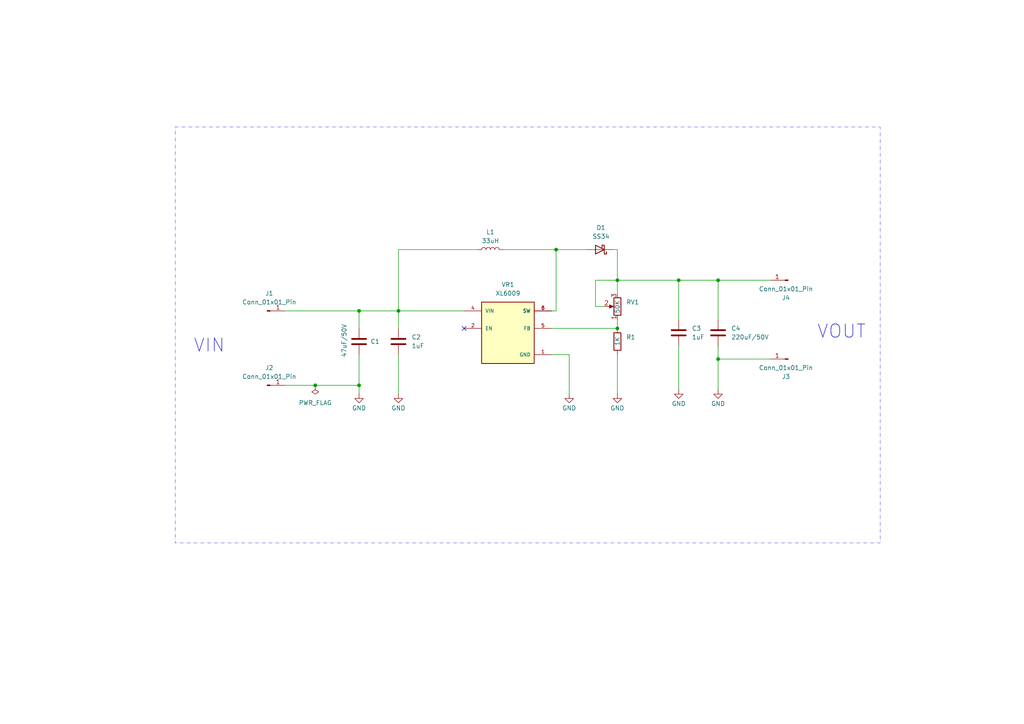
<source format=kicad_sch>
(kicad_sch
	(version 20250114)
	(generator "eeschema")
	(generator_version "9.0")
	(uuid "be47d7ba-3c4c-44e2-8fa1-ab1e1baae547")
	(paper "A4")
	(title_block
		(title "Boost Converter")
		(date "2025-10-03")
		(company "Mani_PCB")
		(comment 1 "Drawn_By-D.MANIKANTA")
	)
	(lib_symbols
		(symbol "Connector:Conn_01x01_Pin"
			(pin_names
				(offset 1.016)
				(hide yes)
			)
			(exclude_from_sim no)
			(in_bom yes)
			(on_board yes)
			(property "Reference" "J"
				(at 0 2.54 0)
				(effects
					(font
						(size 1.27 1.27)
					)
				)
			)
			(property "Value" "Conn_01x01_Pin"
				(at 0 -2.54 0)
				(effects
					(font
						(size 1.27 1.27)
					)
				)
			)
			(property "Footprint" ""
				(at 0 0 0)
				(effects
					(font
						(size 1.27 1.27)
					)
					(hide yes)
				)
			)
			(property "Datasheet" "~"
				(at 0 0 0)
				(effects
					(font
						(size 1.27 1.27)
					)
					(hide yes)
				)
			)
			(property "Description" "Generic connector, single row, 01x01, script generated"
				(at 0 0 0)
				(effects
					(font
						(size 1.27 1.27)
					)
					(hide yes)
				)
			)
			(property "ki_locked" ""
				(at 0 0 0)
				(effects
					(font
						(size 1.27 1.27)
					)
				)
			)
			(property "ki_keywords" "connector"
				(at 0 0 0)
				(effects
					(font
						(size 1.27 1.27)
					)
					(hide yes)
				)
			)
			(property "ki_fp_filters" "Connector*:*_1x??_*"
				(at 0 0 0)
				(effects
					(font
						(size 1.27 1.27)
					)
					(hide yes)
				)
			)
			(symbol "Conn_01x01_Pin_1_1"
				(rectangle
					(start 0.8636 0.127)
					(end 0 -0.127)
					(stroke
						(width 0.1524)
						(type default)
					)
					(fill
						(type outline)
					)
				)
				(polyline
					(pts
						(xy 1.27 0) (xy 0.8636 0)
					)
					(stroke
						(width 0.1524)
						(type default)
					)
					(fill
						(type none)
					)
				)
				(pin passive line
					(at 5.08 0 180)
					(length 3.81)
					(name "Pin_1"
						(effects
							(font
								(size 1.27 1.27)
							)
						)
					)
					(number "1"
						(effects
							(font
								(size 1.27 1.27)
							)
						)
					)
				)
			)
			(embedded_fonts no)
		)
		(symbol "Device:C"
			(pin_numbers
				(hide yes)
			)
			(pin_names
				(offset 0.254)
			)
			(exclude_from_sim no)
			(in_bom yes)
			(on_board yes)
			(property "Reference" "C"
				(at 0.635 2.54 0)
				(effects
					(font
						(size 1.27 1.27)
					)
					(justify left)
				)
			)
			(property "Value" "C"
				(at 0.635 -2.54 0)
				(effects
					(font
						(size 1.27 1.27)
					)
					(justify left)
				)
			)
			(property "Footprint" ""
				(at 0.9652 -3.81 0)
				(effects
					(font
						(size 1.27 1.27)
					)
					(hide yes)
				)
			)
			(property "Datasheet" "~"
				(at 0 0 0)
				(effects
					(font
						(size 1.27 1.27)
					)
					(hide yes)
				)
			)
			(property "Description" "Unpolarized capacitor"
				(at 0 0 0)
				(effects
					(font
						(size 1.27 1.27)
					)
					(hide yes)
				)
			)
			(property "ki_keywords" "cap capacitor"
				(at 0 0 0)
				(effects
					(font
						(size 1.27 1.27)
					)
					(hide yes)
				)
			)
			(property "ki_fp_filters" "C_*"
				(at 0 0 0)
				(effects
					(font
						(size 1.27 1.27)
					)
					(hide yes)
				)
			)
			(symbol "C_0_1"
				(polyline
					(pts
						(xy -2.032 0.762) (xy 2.032 0.762)
					)
					(stroke
						(width 0.508)
						(type default)
					)
					(fill
						(type none)
					)
				)
				(polyline
					(pts
						(xy -2.032 -0.762) (xy 2.032 -0.762)
					)
					(stroke
						(width 0.508)
						(type default)
					)
					(fill
						(type none)
					)
				)
			)
			(symbol "C_1_1"
				(pin passive line
					(at 0 3.81 270)
					(length 2.794)
					(name "~"
						(effects
							(font
								(size 1.27 1.27)
							)
						)
					)
					(number "1"
						(effects
							(font
								(size 1.27 1.27)
							)
						)
					)
				)
				(pin passive line
					(at 0 -3.81 90)
					(length 2.794)
					(name "~"
						(effects
							(font
								(size 1.27 1.27)
							)
						)
					)
					(number "2"
						(effects
							(font
								(size 1.27 1.27)
							)
						)
					)
				)
			)
			(embedded_fonts no)
		)
		(symbol "Device:L"
			(pin_numbers
				(hide yes)
			)
			(pin_names
				(offset 1.016)
				(hide yes)
			)
			(exclude_from_sim no)
			(in_bom yes)
			(on_board yes)
			(property "Reference" "L"
				(at -1.27 0 90)
				(effects
					(font
						(size 1.27 1.27)
					)
				)
			)
			(property "Value" "L"
				(at 1.905 0 90)
				(effects
					(font
						(size 1.27 1.27)
					)
				)
			)
			(property "Footprint" ""
				(at 0 0 0)
				(effects
					(font
						(size 1.27 1.27)
					)
					(hide yes)
				)
			)
			(property "Datasheet" "~"
				(at 0 0 0)
				(effects
					(font
						(size 1.27 1.27)
					)
					(hide yes)
				)
			)
			(property "Description" "Inductor"
				(at 0 0 0)
				(effects
					(font
						(size 1.27 1.27)
					)
					(hide yes)
				)
			)
			(property "ki_keywords" "inductor choke coil reactor magnetic"
				(at 0 0 0)
				(effects
					(font
						(size 1.27 1.27)
					)
					(hide yes)
				)
			)
			(property "ki_fp_filters" "Choke_* *Coil* Inductor_* L_*"
				(at 0 0 0)
				(effects
					(font
						(size 1.27 1.27)
					)
					(hide yes)
				)
			)
			(symbol "L_0_1"
				(arc
					(start 0 2.54)
					(mid 0.6323 1.905)
					(end 0 1.27)
					(stroke
						(width 0)
						(type default)
					)
					(fill
						(type none)
					)
				)
				(arc
					(start 0 1.27)
					(mid 0.6323 0.635)
					(end 0 0)
					(stroke
						(width 0)
						(type default)
					)
					(fill
						(type none)
					)
				)
				(arc
					(start 0 0)
					(mid 0.6323 -0.635)
					(end 0 -1.27)
					(stroke
						(width 0)
						(type default)
					)
					(fill
						(type none)
					)
				)
				(arc
					(start 0 -1.27)
					(mid 0.6323 -1.905)
					(end 0 -2.54)
					(stroke
						(width 0)
						(type default)
					)
					(fill
						(type none)
					)
				)
			)
			(symbol "L_1_1"
				(pin passive line
					(at 0 3.81 270)
					(length 1.27)
					(name "1"
						(effects
							(font
								(size 1.27 1.27)
							)
						)
					)
					(number "1"
						(effects
							(font
								(size 1.27 1.27)
							)
						)
					)
				)
				(pin passive line
					(at 0 -3.81 90)
					(length 1.27)
					(name "2"
						(effects
							(font
								(size 1.27 1.27)
							)
						)
					)
					(number "2"
						(effects
							(font
								(size 1.27 1.27)
							)
						)
					)
				)
			)
			(embedded_fonts no)
		)
		(symbol "Device:R"
			(pin_numbers
				(hide yes)
			)
			(pin_names
				(offset 0)
			)
			(exclude_from_sim no)
			(in_bom yes)
			(on_board yes)
			(property "Reference" "R"
				(at 2.032 0 90)
				(effects
					(font
						(size 1.27 1.27)
					)
				)
			)
			(property "Value" "R"
				(at 0 0 90)
				(effects
					(font
						(size 1.27 1.27)
					)
				)
			)
			(property "Footprint" ""
				(at -1.778 0 90)
				(effects
					(font
						(size 1.27 1.27)
					)
					(hide yes)
				)
			)
			(property "Datasheet" "~"
				(at 0 0 0)
				(effects
					(font
						(size 1.27 1.27)
					)
					(hide yes)
				)
			)
			(property "Description" "Resistor"
				(at 0 0 0)
				(effects
					(font
						(size 1.27 1.27)
					)
					(hide yes)
				)
			)
			(property "ki_keywords" "R res resistor"
				(at 0 0 0)
				(effects
					(font
						(size 1.27 1.27)
					)
					(hide yes)
				)
			)
			(property "ki_fp_filters" "R_*"
				(at 0 0 0)
				(effects
					(font
						(size 1.27 1.27)
					)
					(hide yes)
				)
			)
			(symbol "R_0_1"
				(rectangle
					(start -1.016 -2.54)
					(end 1.016 2.54)
					(stroke
						(width 0.254)
						(type default)
					)
					(fill
						(type none)
					)
				)
			)
			(symbol "R_1_1"
				(pin passive line
					(at 0 3.81 270)
					(length 1.27)
					(name "~"
						(effects
							(font
								(size 1.27 1.27)
							)
						)
					)
					(number "1"
						(effects
							(font
								(size 1.27 1.27)
							)
						)
					)
				)
				(pin passive line
					(at 0 -3.81 90)
					(length 1.27)
					(name "~"
						(effects
							(font
								(size 1.27 1.27)
							)
						)
					)
					(number "2"
						(effects
							(font
								(size 1.27 1.27)
							)
						)
					)
				)
			)
			(embedded_fonts no)
		)
		(symbol "Device:R_Potentiometer"
			(pin_names
				(offset 1.016)
				(hide yes)
			)
			(exclude_from_sim no)
			(in_bom yes)
			(on_board yes)
			(property "Reference" "RV"
				(at -4.445 0 90)
				(effects
					(font
						(size 1.27 1.27)
					)
				)
			)
			(property "Value" "R_Potentiometer"
				(at -2.54 0 90)
				(effects
					(font
						(size 1.27 1.27)
					)
				)
			)
			(property "Footprint" ""
				(at 0 0 0)
				(effects
					(font
						(size 1.27 1.27)
					)
					(hide yes)
				)
			)
			(property "Datasheet" "~"
				(at 0 0 0)
				(effects
					(font
						(size 1.27 1.27)
					)
					(hide yes)
				)
			)
			(property "Description" "Potentiometer"
				(at 0 0 0)
				(effects
					(font
						(size 1.27 1.27)
					)
					(hide yes)
				)
			)
			(property "ki_keywords" "resistor variable"
				(at 0 0 0)
				(effects
					(font
						(size 1.27 1.27)
					)
					(hide yes)
				)
			)
			(property "ki_fp_filters" "Potentiometer*"
				(at 0 0 0)
				(effects
					(font
						(size 1.27 1.27)
					)
					(hide yes)
				)
			)
			(symbol "R_Potentiometer_0_1"
				(rectangle
					(start 1.016 2.54)
					(end -1.016 -2.54)
					(stroke
						(width 0.254)
						(type default)
					)
					(fill
						(type none)
					)
				)
				(polyline
					(pts
						(xy 1.143 0) (xy 2.286 0.508) (xy 2.286 -0.508) (xy 1.143 0)
					)
					(stroke
						(width 0)
						(type default)
					)
					(fill
						(type outline)
					)
				)
				(polyline
					(pts
						(xy 2.54 0) (xy 1.524 0)
					)
					(stroke
						(width 0)
						(type default)
					)
					(fill
						(type none)
					)
				)
			)
			(symbol "R_Potentiometer_1_1"
				(pin passive line
					(at 0 3.81 270)
					(length 1.27)
					(name "1"
						(effects
							(font
								(size 1.27 1.27)
							)
						)
					)
					(number "1"
						(effects
							(font
								(size 1.27 1.27)
							)
						)
					)
				)
				(pin passive line
					(at 0 -3.81 90)
					(length 1.27)
					(name "3"
						(effects
							(font
								(size 1.27 1.27)
							)
						)
					)
					(number "3"
						(effects
							(font
								(size 1.27 1.27)
							)
						)
					)
				)
				(pin passive line
					(at 3.81 0 180)
					(length 1.27)
					(name "2"
						(effects
							(font
								(size 1.27 1.27)
							)
						)
					)
					(number "2"
						(effects
							(font
								(size 1.27 1.27)
							)
						)
					)
				)
			)
			(embedded_fonts no)
		)
		(symbol "Diode:SS34"
			(pin_numbers
				(hide yes)
			)
			(pin_names
				(offset 1.016)
				(hide yes)
			)
			(exclude_from_sim no)
			(in_bom yes)
			(on_board yes)
			(property "Reference" "D"
				(at 0 2.54 0)
				(effects
					(font
						(size 1.27 1.27)
					)
				)
			)
			(property "Value" "SS34"
				(at 0 -2.54 0)
				(effects
					(font
						(size 1.27 1.27)
					)
				)
			)
			(property "Footprint" "Diode_SMD:D_SMA"
				(at 0 -4.445 0)
				(effects
					(font
						(size 1.27 1.27)
					)
					(hide yes)
				)
			)
			(property "Datasheet" "https://www.vishay.com/docs/88751/ss32.pdf"
				(at 0 0 0)
				(effects
					(font
						(size 1.27 1.27)
					)
					(hide yes)
				)
			)
			(property "Description" "40V 3A Schottky Diode, SMA"
				(at 0 0 0)
				(effects
					(font
						(size 1.27 1.27)
					)
					(hide yes)
				)
			)
			(property "ki_keywords" "diode Schottky"
				(at 0 0 0)
				(effects
					(font
						(size 1.27 1.27)
					)
					(hide yes)
				)
			)
			(property "ki_fp_filters" "D*SMA*"
				(at 0 0 0)
				(effects
					(font
						(size 1.27 1.27)
					)
					(hide yes)
				)
			)
			(symbol "SS34_0_1"
				(polyline
					(pts
						(xy -1.905 0.635) (xy -1.905 1.27) (xy -1.27 1.27) (xy -1.27 -1.27) (xy -0.635 -1.27) (xy -0.635 -0.635)
					)
					(stroke
						(width 0.254)
						(type default)
					)
					(fill
						(type none)
					)
				)
				(polyline
					(pts
						(xy 1.27 1.27) (xy 1.27 -1.27) (xy -1.27 0) (xy 1.27 1.27)
					)
					(stroke
						(width 0.254)
						(type default)
					)
					(fill
						(type none)
					)
				)
				(polyline
					(pts
						(xy 1.27 0) (xy -1.27 0)
					)
					(stroke
						(width 0)
						(type default)
					)
					(fill
						(type none)
					)
				)
			)
			(symbol "SS34_1_1"
				(pin passive line
					(at -3.81 0 0)
					(length 2.54)
					(name "K"
						(effects
							(font
								(size 1.27 1.27)
							)
						)
					)
					(number "1"
						(effects
							(font
								(size 1.27 1.27)
							)
						)
					)
				)
				(pin passive line
					(at 3.81 0 180)
					(length 2.54)
					(name "A"
						(effects
							(font
								(size 1.27 1.27)
							)
						)
					)
					(number "2"
						(effects
							(font
								(size 1.27 1.27)
							)
						)
					)
				)
			)
			(embedded_fonts no)
		)
		(symbol "XL6009:XL6009"
			(pin_names
				(offset 1.016)
			)
			(exclude_from_sim no)
			(in_bom yes)
			(on_board yes)
			(property "Reference" "VR"
				(at -7.62 8.89 0)
				(effects
					(font
						(size 1.27 1.27)
					)
					(justify left bottom)
				)
			)
			(property "Value" "XL6009"
				(at -7.62 -11.43 0)
				(effects
					(font
						(size 1.27 1.27)
					)
					(justify left top)
				)
			)
			(property "Footprint" "XL6009:DPAK170P1435X465-6N"
				(at 0 0 0)
				(effects
					(font
						(size 1.27 1.27)
					)
					(justify bottom)
					(hide yes)
				)
			)
			(property "Datasheet" ""
				(at 0 0 0)
				(effects
					(font
						(size 1.27 1.27)
					)
					(hide yes)
				)
			)
			(property "Description" ""
				(at 0 0 0)
				(effects
					(font
						(size 1.27 1.27)
					)
					(hide yes)
				)
			)
			(property "MF" "XLSEMI"
				(at 0 0 0)
				(effects
					(font
						(size 1.27 1.27)
					)
					(justify bottom)
					(hide yes)
				)
			)
			(property "MAXIMUM_PACKAGE_HEIGHT" "4.65mm"
				(at 0 0 0)
				(effects
					(font
						(size 1.27 1.27)
					)
					(justify bottom)
					(hide yes)
				)
			)
			(property "Package" "TO-263-5L XLSEMI"
				(at 0 0 0)
				(effects
					(font
						(size 1.27 1.27)
					)
					(justify bottom)
					(hide yes)
				)
			)
			(property "Price" "None"
				(at 0 0 0)
				(effects
					(font
						(size 1.27 1.27)
					)
					(justify bottom)
					(hide yes)
				)
			)
			(property "Check_prices" "https://www.snapeda.com/parts/XL6009/XLSEMI/view-part/?ref=eda"
				(at 0 0 0)
				(effects
					(font
						(size 1.27 1.27)
					)
					(justify bottom)
					(hide yes)
				)
			)
			(property "STANDARD" "IPC-7351B"
				(at 0 0 0)
				(effects
					(font
						(size 1.27 1.27)
					)
					(justify bottom)
					(hide yes)
				)
			)
			(property "PARTREV" "1.1"
				(at 0 0 0)
				(effects
					(font
						(size 1.27 1.27)
					)
					(justify bottom)
					(hide yes)
				)
			)
			(property "SnapEDA_Link" "https://www.snapeda.com/parts/XL6009/XLSEMI/view-part/?ref=snap"
				(at 0 0 0)
				(effects
					(font
						(size 1.27 1.27)
					)
					(justify bottom)
					(hide yes)
				)
			)
			(property "MP" "XL6009"
				(at 0 0 0)
				(effects
					(font
						(size 1.27 1.27)
					)
					(justify bottom)
					(hide yes)
				)
			)
			(property "Description_1" "\nThe XL6009 regulator is a wide input range, current mode, DC/DC converter which is capable of generating either positive or negative output voltages.\n"
				(at 0 0 0)
				(effects
					(font
						(size 1.27 1.27)
					)
					(justify bottom)
					(hide yes)
				)
			)
			(property "Availability" "In Stock"
				(at 0 0 0)
				(effects
					(font
						(size 1.27 1.27)
					)
					(justify bottom)
					(hide yes)
				)
			)
			(property "MANUFACTURER" "XLSEMI"
				(at 0 0 0)
				(effects
					(font
						(size 1.27 1.27)
					)
					(justify bottom)
					(hide yes)
				)
			)
			(symbol "XL6009_0_0"
				(rectangle
					(start -7.62 -10.16)
					(end 7.62 7.62)
					(stroke
						(width 0.254)
						(type default)
					)
					(fill
						(type background)
					)
				)
				(pin input line
					(at -12.7 5.08 0)
					(length 5.08)
					(name "VIN"
						(effects
							(font
								(size 1.016 1.016)
							)
						)
					)
					(number "4"
						(effects
							(font
								(size 1.016 1.016)
							)
						)
					)
				)
				(pin input line
					(at -12.7 0 0)
					(length 5.08)
					(name "EN"
						(effects
							(font
								(size 1.016 1.016)
							)
						)
					)
					(number "2"
						(effects
							(font
								(size 1.016 1.016)
							)
						)
					)
				)
				(pin output line
					(at 12.7 5.08 180)
					(length 5.08)
					(name "SW"
						(effects
							(font
								(size 1.016 1.016)
							)
						)
					)
					(number "3"
						(effects
							(font
								(size 1.016 1.016)
							)
						)
					)
				)
				(pin output line
					(at 12.7 5.08 180)
					(length 5.08)
					(name "SW"
						(effects
							(font
								(size 1.016 1.016)
							)
						)
					)
					(number "6"
						(effects
							(font
								(size 1.016 1.016)
							)
						)
					)
				)
				(pin input line
					(at 12.7 0 180)
					(length 5.08)
					(name "FB"
						(effects
							(font
								(size 1.016 1.016)
							)
						)
					)
					(number "5"
						(effects
							(font
								(size 1.016 1.016)
							)
						)
					)
				)
				(pin power_in line
					(at 12.7 -7.62 180)
					(length 5.08)
					(name "GND"
						(effects
							(font
								(size 1.016 1.016)
							)
						)
					)
					(number "1"
						(effects
							(font
								(size 1.016 1.016)
							)
						)
					)
				)
			)
			(embedded_fonts no)
		)
		(symbol "power:GND"
			(power)
			(pin_numbers
				(hide yes)
			)
			(pin_names
				(offset 0)
				(hide yes)
			)
			(exclude_from_sim no)
			(in_bom yes)
			(on_board yes)
			(property "Reference" "#PWR"
				(at 0 -6.35 0)
				(effects
					(font
						(size 1.27 1.27)
					)
					(hide yes)
				)
			)
			(property "Value" "GND"
				(at 0 -3.81 0)
				(effects
					(font
						(size 1.27 1.27)
					)
				)
			)
			(property "Footprint" ""
				(at 0 0 0)
				(effects
					(font
						(size 1.27 1.27)
					)
					(hide yes)
				)
			)
			(property "Datasheet" ""
				(at 0 0 0)
				(effects
					(font
						(size 1.27 1.27)
					)
					(hide yes)
				)
			)
			(property "Description" "Power symbol creates a global label with name \"GND\" , ground"
				(at 0 0 0)
				(effects
					(font
						(size 1.27 1.27)
					)
					(hide yes)
				)
			)
			(property "ki_keywords" "global power"
				(at 0 0 0)
				(effects
					(font
						(size 1.27 1.27)
					)
					(hide yes)
				)
			)
			(symbol "GND_0_1"
				(polyline
					(pts
						(xy 0 0) (xy 0 -1.27) (xy 1.27 -1.27) (xy 0 -2.54) (xy -1.27 -1.27) (xy 0 -1.27)
					)
					(stroke
						(width 0)
						(type default)
					)
					(fill
						(type none)
					)
				)
			)
			(symbol "GND_1_1"
				(pin power_in line
					(at 0 0 270)
					(length 0)
					(name "~"
						(effects
							(font
								(size 1.27 1.27)
							)
						)
					)
					(number "1"
						(effects
							(font
								(size 1.27 1.27)
							)
						)
					)
				)
			)
			(embedded_fonts no)
		)
		(symbol "power:PWR_FLAG"
			(power)
			(pin_numbers
				(hide yes)
			)
			(pin_names
				(offset 0)
				(hide yes)
			)
			(exclude_from_sim no)
			(in_bom yes)
			(on_board yes)
			(property "Reference" "#FLG"
				(at 0 1.905 0)
				(effects
					(font
						(size 1.27 1.27)
					)
					(hide yes)
				)
			)
			(property "Value" "PWR_FLAG"
				(at 0 3.81 0)
				(effects
					(font
						(size 1.27 1.27)
					)
				)
			)
			(property "Footprint" ""
				(at 0 0 0)
				(effects
					(font
						(size 1.27 1.27)
					)
					(hide yes)
				)
			)
			(property "Datasheet" "~"
				(at 0 0 0)
				(effects
					(font
						(size 1.27 1.27)
					)
					(hide yes)
				)
			)
			(property "Description" "Special symbol for telling ERC where power comes from"
				(at 0 0 0)
				(effects
					(font
						(size 1.27 1.27)
					)
					(hide yes)
				)
			)
			(property "ki_keywords" "flag power"
				(at 0 0 0)
				(effects
					(font
						(size 1.27 1.27)
					)
					(hide yes)
				)
			)
			(symbol "PWR_FLAG_0_0"
				(pin power_out line
					(at 0 0 90)
					(length 0)
					(name "~"
						(effects
							(font
								(size 1.27 1.27)
							)
						)
					)
					(number "1"
						(effects
							(font
								(size 1.27 1.27)
							)
						)
					)
				)
			)
			(symbol "PWR_FLAG_0_1"
				(polyline
					(pts
						(xy 0 0) (xy 0 1.27) (xy -1.016 1.905) (xy 0 2.54) (xy 1.016 1.905) (xy 0 1.27)
					)
					(stroke
						(width 0)
						(type default)
					)
					(fill
						(type none)
					)
				)
			)
			(embedded_fonts no)
		)
	)
	(rectangle
		(start 50.8 36.83)
		(end 255.27 157.48)
		(stroke
			(width 0.0508)
			(type dash_dot_dot)
		)
		(fill
			(type none)
		)
		(uuid ee6db03e-59db-414b-a04d-3cdd88c97930)
	)
	(text "VIN"
		(exclude_from_sim no)
		(at 60.706 100.33 0)
		(effects
			(font
				(size 3.81 3.81)
			)
		)
		(uuid "33d9d258-09c7-49ff-ad38-96ad662a3d3f")
	)
	(text "VOUT"
		(exclude_from_sim no)
		(at 244.094 96.266 0)
		(effects
			(font
				(size 3.81 3.81)
			)
		)
		(uuid "47094a51-bc89-4ab3-affb-ea4cce5e562d")
	)
	(junction
		(at 179.07 81.28)
		(diameter 0)
		(color 0 0 0 0)
		(uuid "228479f9-f9ff-451e-8df0-62b598c62184")
	)
	(junction
		(at 196.85 81.28)
		(diameter 0)
		(color 0 0 0 0)
		(uuid "23dff2a4-dc49-4b18-8e71-59f36d37d29a")
	)
	(junction
		(at 208.28 104.14)
		(diameter 0)
		(color 0 0 0 0)
		(uuid "3e6f79d6-a071-4389-8984-3ddb28249c44")
	)
	(junction
		(at 91.44 111.76)
		(diameter 0)
		(color 0 0 0 0)
		(uuid "49cbd68c-d645-4245-a579-376e4fafa029")
	)
	(junction
		(at 104.14 90.17)
		(diameter 0)
		(color 0 0 0 0)
		(uuid "5f1b47c6-0d59-4b29-b205-724e2b6923ed")
	)
	(junction
		(at 179.07 95.25)
		(diameter 0)
		(color 0 0 0 0)
		(uuid "795715de-dc84-4f40-a174-b1426381b06b")
	)
	(junction
		(at 104.14 111.76)
		(diameter 0)
		(color 0 0 0 0)
		(uuid "8c6f0188-e40b-4168-bfa5-9436946a0547")
	)
	(junction
		(at 115.57 90.17)
		(diameter 0)
		(color 0 0 0 0)
		(uuid "b676448f-d61a-472f-889b-c39a7c45016f")
	)
	(junction
		(at 161.29 72.39)
		(diameter 0)
		(color 0 0 0 0)
		(uuid "ba1ea172-1345-49b6-9f09-e61202528a9d")
	)
	(junction
		(at 208.28 81.28)
		(diameter 0)
		(color 0 0 0 0)
		(uuid "c6fa8d85-32cf-434e-8be8-743a525bf330")
	)
	(no_connect
		(at 134.62 95.25)
		(uuid "8a60ec6b-d58e-420b-b107-8eb5ffc41832")
	)
	(wire
		(pts
			(xy 172.72 88.9) (xy 172.72 81.28)
		)
		(stroke
			(width 0)
			(type default)
		)
		(uuid "03078ac6-c34f-4a0f-a755-a1688c60aaa6")
	)
	(wire
		(pts
			(xy 179.07 85.09) (xy 179.07 81.28)
		)
		(stroke
			(width 0)
			(type default)
		)
		(uuid "05c353d4-b64a-4927-8fdc-03c24ed777c6")
	)
	(wire
		(pts
			(xy 115.57 90.17) (xy 134.62 90.17)
		)
		(stroke
			(width 0)
			(type default)
		)
		(uuid "140e94f1-0cc6-4b8d-8488-a329ce587045")
	)
	(wire
		(pts
			(xy 179.07 81.28) (xy 179.07 72.39)
		)
		(stroke
			(width 0)
			(type default)
		)
		(uuid "1a99f3c2-1a3a-4a69-aff0-968fd3eee77d")
	)
	(wire
		(pts
			(xy 115.57 95.25) (xy 115.57 90.17)
		)
		(stroke
			(width 0)
			(type default)
		)
		(uuid "1bacf4fa-e361-4220-834b-ef59e4f00f75")
	)
	(wire
		(pts
			(xy 104.14 111.76) (xy 104.14 114.3)
		)
		(stroke
			(width 0)
			(type default)
		)
		(uuid "1f483afd-0236-4f5e-abd2-59b8d03bb210")
	)
	(wire
		(pts
			(xy 208.28 100.33) (xy 208.28 104.14)
		)
		(stroke
			(width 0)
			(type default)
		)
		(uuid "214b5df9-80db-4cc0-ae02-4be5ec5262a0")
	)
	(wire
		(pts
			(xy 208.28 104.14) (xy 223.52 104.14)
		)
		(stroke
			(width 0)
			(type default)
		)
		(uuid "342247ae-b387-489f-bb1b-acb076758be0")
	)
	(wire
		(pts
			(xy 179.07 102.87) (xy 179.07 114.3)
		)
		(stroke
			(width 0)
			(type default)
		)
		(uuid "34e13e8c-ee90-41a6-81fe-f61bce1c4ba9")
	)
	(wire
		(pts
			(xy 179.07 72.39) (xy 177.8 72.39)
		)
		(stroke
			(width 0)
			(type default)
		)
		(uuid "36204ed6-5b7e-43a4-9a66-c35aa0eca49c")
	)
	(wire
		(pts
			(xy 179.07 92.71) (xy 179.07 95.25)
		)
		(stroke
			(width 0)
			(type default)
		)
		(uuid "3666578d-8e70-4bc1-bcb2-4472c761b694")
	)
	(wire
		(pts
			(xy 161.29 90.17) (xy 161.29 72.39)
		)
		(stroke
			(width 0)
			(type default)
		)
		(uuid "42cd329e-fe46-455b-8f43-1c93fdc7a04f")
	)
	(wire
		(pts
			(xy 115.57 102.87) (xy 115.57 114.3)
		)
		(stroke
			(width 0)
			(type default)
		)
		(uuid "456b4d85-c494-4639-9e9b-39ada72f8f69")
	)
	(wire
		(pts
			(xy 208.28 81.28) (xy 196.85 81.28)
		)
		(stroke
			(width 0)
			(type default)
		)
		(uuid "4d5c219f-8edb-4ef2-af98-a7dd7973dad2")
	)
	(wire
		(pts
			(xy 91.44 111.76) (xy 104.14 111.76)
		)
		(stroke
			(width 0)
			(type default)
		)
		(uuid "4e1e92fc-5c5e-4603-b473-040dcd717579")
	)
	(wire
		(pts
			(xy 115.57 72.39) (xy 138.43 72.39)
		)
		(stroke
			(width 0)
			(type default)
		)
		(uuid "4e857835-ab39-4f46-b6c3-56310dcf8355")
	)
	(wire
		(pts
			(xy 179.07 95.25) (xy 160.02 95.25)
		)
		(stroke
			(width 0)
			(type default)
		)
		(uuid "5026fbff-109f-4d56-b5eb-29cc98aa259c")
	)
	(wire
		(pts
			(xy 146.05 72.39) (xy 161.29 72.39)
		)
		(stroke
			(width 0)
			(type default)
		)
		(uuid "57d19c4f-cbe6-4c6e-add6-80a2782f3e79")
	)
	(wire
		(pts
			(xy 161.29 72.39) (xy 170.18 72.39)
		)
		(stroke
			(width 0)
			(type default)
		)
		(uuid "5d15654c-d8f3-4a39-af8b-059445a98165")
	)
	(wire
		(pts
			(xy 208.28 104.14) (xy 208.28 113.03)
		)
		(stroke
			(width 0)
			(type default)
		)
		(uuid "60d72c65-e862-4813-86b3-d6751b049b09")
	)
	(wire
		(pts
			(xy 208.28 92.71) (xy 208.28 81.28)
		)
		(stroke
			(width 0)
			(type default)
		)
		(uuid "87b0cc1e-7b24-48f3-9d48-d3fa1bffc835")
	)
	(wire
		(pts
			(xy 104.14 102.87) (xy 104.14 111.76)
		)
		(stroke
			(width 0)
			(type default)
		)
		(uuid "8ae6ac96-19f6-41ea-8483-308e1c16f6fc")
	)
	(wire
		(pts
			(xy 82.55 90.17) (xy 104.14 90.17)
		)
		(stroke
			(width 0)
			(type default)
		)
		(uuid "8be78ead-f8ea-4a74-8eca-88243f6677ba")
	)
	(wire
		(pts
			(xy 104.14 95.25) (xy 104.14 90.17)
		)
		(stroke
			(width 0)
			(type default)
		)
		(uuid "999042e3-67e7-4210-8fe9-d9cbda607ac5")
	)
	(wire
		(pts
			(xy 172.72 81.28) (xy 179.07 81.28)
		)
		(stroke
			(width 0)
			(type default)
		)
		(uuid "9e2332aa-8066-4842-85d8-2671d1a857c6")
	)
	(wire
		(pts
			(xy 115.57 72.39) (xy 115.57 90.17)
		)
		(stroke
			(width 0)
			(type default)
		)
		(uuid "b2f0f771-b1fc-444d-aa4f-94fb52c40553")
	)
	(wire
		(pts
			(xy 82.55 111.76) (xy 91.44 111.76)
		)
		(stroke
			(width 0)
			(type default)
		)
		(uuid "befbea12-50d5-4148-b10d-dd69eb763bc5")
	)
	(wire
		(pts
			(xy 104.14 90.17) (xy 115.57 90.17)
		)
		(stroke
			(width 0)
			(type default)
		)
		(uuid "c108622b-404f-4c94-ad04-4dde06cd1ec2")
	)
	(wire
		(pts
			(xy 208.28 81.28) (xy 223.52 81.28)
		)
		(stroke
			(width 0)
			(type default)
		)
		(uuid "c10f6ca9-d2a7-4baf-87e1-6b63d3e1620a")
	)
	(wire
		(pts
			(xy 175.26 88.9) (xy 172.72 88.9)
		)
		(stroke
			(width 0)
			(type default)
		)
		(uuid "c9becd7e-4211-48f1-8287-00ff6430699b")
	)
	(wire
		(pts
			(xy 160.02 90.17) (xy 161.29 90.17)
		)
		(stroke
			(width 0)
			(type default)
		)
		(uuid "d5b1dd8d-3a86-4519-a6fe-30cd7ecf3bd5")
	)
	(wire
		(pts
			(xy 196.85 100.33) (xy 196.85 113.03)
		)
		(stroke
			(width 0)
			(type default)
		)
		(uuid "e53eaaa0-9c05-41db-b915-cd761592bad5")
	)
	(wire
		(pts
			(xy 165.1 102.87) (xy 165.1 114.3)
		)
		(stroke
			(width 0)
			(type default)
		)
		(uuid "e9e4e1e6-05ef-4cbb-8849-d103b68e664b")
	)
	(wire
		(pts
			(xy 196.85 92.71) (xy 196.85 81.28)
		)
		(stroke
			(width 0)
			(type default)
		)
		(uuid "eabd71f7-0f4e-481e-b142-3d0a9c8d804e")
	)
	(wire
		(pts
			(xy 196.85 81.28) (xy 179.07 81.28)
		)
		(stroke
			(width 0)
			(type default)
		)
		(uuid "f86eefff-e9f6-4aa7-946c-87d4a16ff361")
	)
	(wire
		(pts
			(xy 160.02 102.87) (xy 165.1 102.87)
		)
		(stroke
			(width 0)
			(type default)
		)
		(uuid "f930e313-2f9c-42bf-8376-3bd31607c92a")
	)
	(symbol
		(lib_id "Connector:Conn_01x01_Pin")
		(at 77.47 111.76 0)
		(unit 1)
		(exclude_from_sim no)
		(in_bom yes)
		(on_board yes)
		(dnp no)
		(fields_autoplaced yes)
		(uuid "04341f9a-8097-49ec-8d40-dd9027f88541")
		(property "Reference" "J2"
			(at 78.105 106.68 0)
			(effects
				(font
					(size 1.27 1.27)
				)
			)
		)
		(property "Value" "Conn_01x01_Pin"
			(at 78.105 109.22 0)
			(effects
				(font
					(size 1.27 1.27)
				)
			)
		)
		(property "Footprint" "Connector_PinHeader_2.54mm:PinHeader_1x01_P2.54mm_Vertical"
			(at 77.47 111.76 0)
			(effects
				(font
					(size 1.27 1.27)
				)
				(hide yes)
			)
		)
		(property "Datasheet" "~"
			(at 77.47 111.76 0)
			(effects
				(font
					(size 1.27 1.27)
				)
				(hide yes)
			)
		)
		(property "Description" "Generic connector, single row, 01x01, script generated"
			(at 77.47 111.76 0)
			(effects
				(font
					(size 1.27 1.27)
				)
				(hide yes)
			)
		)
		(pin "1"
			(uuid "bb1f1f65-ea11-4a6e-9f66-31079212846f")
		)
		(instances
			(project "Boost Converter V1"
				(path "/be47d7ba-3c4c-44e2-8fa1-ab1e1baae547"
					(reference "J2")
					(unit 1)
				)
			)
		)
	)
	(symbol
		(lib_id "power:GND")
		(at 196.85 113.03 0)
		(unit 1)
		(exclude_from_sim no)
		(in_bom yes)
		(on_board yes)
		(dnp no)
		(uuid "14163a0b-dd74-41a3-878e-170e808ddb4e")
		(property "Reference" "#PWR05"
			(at 196.85 119.38 0)
			(effects
				(font
					(size 1.27 1.27)
				)
				(hide yes)
			)
		)
		(property "Value" "GND"
			(at 196.85 117.094 0)
			(effects
				(font
					(size 1.27 1.27)
				)
			)
		)
		(property "Footprint" ""
			(at 196.85 113.03 0)
			(effects
				(font
					(size 1.27 1.27)
				)
				(hide yes)
			)
		)
		(property "Datasheet" ""
			(at 196.85 113.03 0)
			(effects
				(font
					(size 1.27 1.27)
				)
				(hide yes)
			)
		)
		(property "Description" "Power symbol creates a global label with name \"GND\" , ground"
			(at 196.85 113.03 0)
			(effects
				(font
					(size 1.27 1.27)
				)
				(hide yes)
			)
		)
		(pin "1"
			(uuid "22fe9822-ed83-4fec-a955-b98629234841")
		)
		(instances
			(project "Boost Converter V1"
				(path "/be47d7ba-3c4c-44e2-8fa1-ab1e1baae547"
					(reference "#PWR05")
					(unit 1)
				)
			)
		)
	)
	(symbol
		(lib_id "Device:C")
		(at 196.85 96.52 0)
		(unit 1)
		(exclude_from_sim no)
		(in_bom yes)
		(on_board yes)
		(dnp no)
		(fields_autoplaced yes)
		(uuid "1b22ab44-c691-4118-9e79-c63cbf1e5f01")
		(property "Reference" "C3"
			(at 200.66 95.2499 0)
			(effects
				(font
					(size 1.27 1.27)
				)
				(justify left)
			)
		)
		(property "Value" "1uF"
			(at 200.66 97.7899 0)
			(effects
				(font
					(size 1.27 1.27)
				)
				(justify left)
			)
		)
		(property "Footprint" "Capacitor_SMD:C_0805_2012Metric"
			(at 197.8152 100.33 0)
			(effects
				(font
					(size 1.27 1.27)
				)
				(hide yes)
			)
		)
		(property "Datasheet" "~"
			(at 196.85 96.52 0)
			(effects
				(font
					(size 1.27 1.27)
				)
				(hide yes)
			)
		)
		(property "Description" "Unpolarized capacitor"
			(at 196.85 96.52 0)
			(effects
				(font
					(size 1.27 1.27)
				)
				(hide yes)
			)
		)
		(pin "1"
			(uuid "f71e0797-33a4-4430-a9d5-9720ec1f2a4c")
		)
		(pin "2"
			(uuid "a4de9d4b-3bdc-40e6-a869-a7611ba79b30")
		)
		(instances
			(project "Boost Converter V1"
				(path "/be47d7ba-3c4c-44e2-8fa1-ab1e1baae547"
					(reference "C3")
					(unit 1)
				)
			)
		)
	)
	(symbol
		(lib_id "Device:R")
		(at 179.07 99.06 0)
		(unit 1)
		(exclude_from_sim no)
		(in_bom yes)
		(on_board yes)
		(dnp no)
		(uuid "1bcbaef2-3c98-4766-8564-09f4416b9e0a")
		(property "Reference" "R1"
			(at 181.61 97.7899 0)
			(effects
				(font
					(size 1.27 1.27)
				)
				(justify left)
			)
		)
		(property "Value" "1K"
			(at 179.07 100.33 90)
			(effects
				(font
					(size 1.27 1.27)
				)
				(justify left)
			)
		)
		(property "Footprint" "Resistor_SMD:R_1206_3216Metric"
			(at 177.292 99.06 90)
			(effects
				(font
					(size 1.27 1.27)
				)
				(hide yes)
			)
		)
		(property "Datasheet" "~"
			(at 179.07 99.06 0)
			(effects
				(font
					(size 1.27 1.27)
				)
				(hide yes)
			)
		)
		(property "Description" "Resistor"
			(at 179.07 99.06 0)
			(effects
				(font
					(size 1.27 1.27)
				)
				(hide yes)
			)
		)
		(pin "1"
			(uuid "b7c539d3-2b7b-46bf-b288-5d8d05fd556e")
		)
		(pin "2"
			(uuid "aa6fa243-cead-4ef5-a4b9-09af2c2714e8")
		)
		(instances
			(project ""
				(path "/be47d7ba-3c4c-44e2-8fa1-ab1e1baae547"
					(reference "R1")
					(unit 1)
				)
			)
		)
	)
	(symbol
		(lib_id "Device:C")
		(at 208.28 96.52 0)
		(unit 1)
		(exclude_from_sim no)
		(in_bom yes)
		(on_board yes)
		(dnp no)
		(fields_autoplaced yes)
		(uuid "1ee7fc3b-0ac8-4b36-a873-b887c6d43b1b")
		(property "Reference" "C4"
			(at 212.09 95.2499 0)
			(effects
				(font
					(size 1.27 1.27)
				)
				(justify left)
			)
		)
		(property "Value" "220uF/50V"
			(at 212.09 97.7899 0)
			(effects
				(font
					(size 1.27 1.27)
				)
				(justify left)
			)
		)
		(property "Footprint" "Capacitor_THT:C_Radial_D6.3mm_H11.0mm_P2.50mm"
			(at 209.2452 100.33 0)
			(effects
				(font
					(size 1.27 1.27)
				)
				(hide yes)
			)
		)
		(property "Datasheet" "~"
			(at 208.28 96.52 0)
			(effects
				(font
					(size 1.27 1.27)
				)
				(hide yes)
			)
		)
		(property "Description" "Unpolarized capacitor"
			(at 208.28 96.52 0)
			(effects
				(font
					(size 1.27 1.27)
				)
				(hide yes)
			)
		)
		(pin "1"
			(uuid "d69df829-1469-4976-b69d-5153530908d3")
		)
		(pin "2"
			(uuid "e8b74cd6-bba9-4f0b-a444-7130bf3b85ba")
		)
		(instances
			(project "Boost Converter V1"
				(path "/be47d7ba-3c4c-44e2-8fa1-ab1e1baae547"
					(reference "C4")
					(unit 1)
				)
			)
		)
	)
	(symbol
		(lib_id "XL6009:XL6009")
		(at 147.32 95.25 0)
		(unit 1)
		(exclude_from_sim no)
		(in_bom yes)
		(on_board yes)
		(dnp no)
		(fields_autoplaced yes)
		(uuid "25cd6f39-3dd8-4ae0-beba-3a69bb4c122d")
		(property "Reference" "VR1"
			(at 147.32 82.55 0)
			(effects
				(font
					(size 1.27 1.27)
				)
			)
		)
		(property "Value" "XL6009"
			(at 147.32 85.09 0)
			(effects
				(font
					(size 1.27 1.27)
				)
			)
		)
		(property "Footprint" "XL6009:XL6009"
			(at 147.32 95.25 0)
			(effects
				(font
					(size 1.27 1.27)
				)
				(justify bottom)
				(hide yes)
			)
		)
		(property "Datasheet" ""
			(at 147.32 95.25 0)
			(effects
				(font
					(size 1.27 1.27)
				)
				(hide yes)
			)
		)
		(property "Description" ""
			(at 147.32 95.25 0)
			(effects
				(font
					(size 1.27 1.27)
				)
				(hide yes)
			)
		)
		(property "MF" "XLSEMI"
			(at 147.32 95.25 0)
			(effects
				(font
					(size 1.27 1.27)
				)
				(justify bottom)
				(hide yes)
			)
		)
		(property "MAXIMUM_PACKAGE_HEIGHT" "4.65mm"
			(at 147.32 95.25 0)
			(effects
				(font
					(size 1.27 1.27)
				)
				(justify bottom)
				(hide yes)
			)
		)
		(property "Package" "TO-263-5L XLSEMI"
			(at 147.32 95.25 0)
			(effects
				(font
					(size 1.27 1.27)
				)
				(justify bottom)
				(hide yes)
			)
		)
		(property "Price" "None"
			(at 147.32 95.25 0)
			(effects
				(font
					(size 1.27 1.27)
				)
				(justify bottom)
				(hide yes)
			)
		)
		(property "Check_prices" "https://www.snapeda.com/parts/XL6009/XLSEMI/view-part/?ref=eda"
			(at 147.32 95.25 0)
			(effects
				(font
					(size 1.27 1.27)
				)
				(justify bottom)
				(hide yes)
			)
		)
		(property "STANDARD" "IPC-7351B"
			(at 147.32 95.25 0)
			(effects
				(font
					(size 1.27 1.27)
				)
				(justify bottom)
				(hide yes)
			)
		)
		(property "PARTREV" "1.1"
			(at 147.32 95.25 0)
			(effects
				(font
					(size 1.27 1.27)
				)
				(justify bottom)
				(hide yes)
			)
		)
		(property "SnapEDA_Link" "https://www.snapeda.com/parts/XL6009/XLSEMI/view-part/?ref=snap"
			(at 147.32 95.25 0)
			(effects
				(font
					(size 1.27 1.27)
				)
				(justify bottom)
				(hide yes)
			)
		)
		(property "MP" "XL6009"
			(at 147.32 95.25 0)
			(effects
				(font
					(size 1.27 1.27)
				)
				(justify bottom)
				(hide yes)
			)
		)
		(property "Description_1" "\nThe XL6009 regulator is a wide input range, current mode, DC/DC converter which is capable of generating either positive or negative output voltages.\n"
			(at 147.32 95.25 0)
			(effects
				(font
					(size 1.27 1.27)
				)
				(justify bottom)
				(hide yes)
			)
		)
		(property "Availability" "In Stock"
			(at 147.32 95.25 0)
			(effects
				(font
					(size 1.27 1.27)
				)
				(justify bottom)
				(hide yes)
			)
		)
		(property "MANUFACTURER" "XLSEMI"
			(at 147.32 95.25 0)
			(effects
				(font
					(size 1.27 1.27)
				)
				(justify bottom)
				(hide yes)
			)
		)
		(pin "5"
			(uuid "5df1a845-471b-4a60-b533-8b8a3075cb6d")
		)
		(pin "6"
			(uuid "6b40f844-8133-4778-9ce8-4c43b9d82526")
		)
		(pin "1"
			(uuid "2f249e0f-7691-41c9-b3ea-64e8aca39e53")
		)
		(pin "4"
			(uuid "d3c0d2d6-6d6c-43c5-ac9b-d0213a46b39b")
		)
		(pin "3"
			(uuid "46cab73a-a3e1-4234-980c-3f70b2fcde8a")
		)
		(pin "2"
			(uuid "f40ebaac-cebf-49ef-bf0d-d60bbdfff945")
		)
		(instances
			(project ""
				(path "/be47d7ba-3c4c-44e2-8fa1-ab1e1baae547"
					(reference "VR1")
					(unit 1)
				)
			)
		)
	)
	(symbol
		(lib_id "power:GND")
		(at 115.57 114.3 0)
		(unit 1)
		(exclude_from_sim no)
		(in_bom yes)
		(on_board yes)
		(dnp no)
		(uuid "3cbe6fc5-53f5-4119-9f14-fc64ac24de4f")
		(property "Reference" "#PWR02"
			(at 115.57 120.65 0)
			(effects
				(font
					(size 1.27 1.27)
				)
				(hide yes)
			)
		)
		(property "Value" "GND"
			(at 115.57 118.364 0)
			(effects
				(font
					(size 1.27 1.27)
				)
			)
		)
		(property "Footprint" ""
			(at 115.57 114.3 0)
			(effects
				(font
					(size 1.27 1.27)
				)
				(hide yes)
			)
		)
		(property "Datasheet" ""
			(at 115.57 114.3 0)
			(effects
				(font
					(size 1.27 1.27)
				)
				(hide yes)
			)
		)
		(property "Description" "Power symbol creates a global label with name \"GND\" , ground"
			(at 115.57 114.3 0)
			(effects
				(font
					(size 1.27 1.27)
				)
				(hide yes)
			)
		)
		(pin "1"
			(uuid "fff719f3-143a-49e0-94f2-598751e6cc52")
		)
		(instances
			(project "Boost Converter V1"
				(path "/be47d7ba-3c4c-44e2-8fa1-ab1e1baae547"
					(reference "#PWR02")
					(unit 1)
				)
			)
		)
	)
	(symbol
		(lib_id "power:GND")
		(at 165.1 114.3 0)
		(unit 1)
		(exclude_from_sim no)
		(in_bom yes)
		(on_board yes)
		(dnp no)
		(uuid "70afbe3a-7af0-427e-a6f2-f037db2bd1d4")
		(property "Reference" "#PWR03"
			(at 165.1 120.65 0)
			(effects
				(font
					(size 1.27 1.27)
				)
				(hide yes)
			)
		)
		(property "Value" "GND"
			(at 165.1 118.364 0)
			(effects
				(font
					(size 1.27 1.27)
				)
			)
		)
		(property "Footprint" ""
			(at 165.1 114.3 0)
			(effects
				(font
					(size 1.27 1.27)
				)
				(hide yes)
			)
		)
		(property "Datasheet" ""
			(at 165.1 114.3 0)
			(effects
				(font
					(size 1.27 1.27)
				)
				(hide yes)
			)
		)
		(property "Description" "Power symbol creates a global label with name \"GND\" , ground"
			(at 165.1 114.3 0)
			(effects
				(font
					(size 1.27 1.27)
				)
				(hide yes)
			)
		)
		(pin "1"
			(uuid "e6e7301f-7a8a-47b3-b649-be51b54cfccd")
		)
		(instances
			(project "Boost Converter V1"
				(path "/be47d7ba-3c4c-44e2-8fa1-ab1e1baae547"
					(reference "#PWR03")
					(unit 1)
				)
			)
		)
	)
	(symbol
		(lib_id "Diode:SS34")
		(at 173.99 72.39 180)
		(unit 1)
		(exclude_from_sim no)
		(in_bom yes)
		(on_board yes)
		(dnp no)
		(fields_autoplaced yes)
		(uuid "714b1b95-bda2-4d1d-9e6f-92f179ab2bf7")
		(property "Reference" "D1"
			(at 174.3075 66.04 0)
			(effects
				(font
					(size 1.27 1.27)
				)
			)
		)
		(property "Value" "SS34"
			(at 174.3075 68.58 0)
			(effects
				(font
					(size 1.27 1.27)
				)
			)
		)
		(property "Footprint" "Diode_SMD:D_SMA"
			(at 173.99 67.945 0)
			(effects
				(font
					(size 1.27 1.27)
				)
				(hide yes)
			)
		)
		(property "Datasheet" "https://www.vishay.com/docs/88751/ss32.pdf"
			(at 173.99 72.39 0)
			(effects
				(font
					(size 1.27 1.27)
				)
				(hide yes)
			)
		)
		(property "Description" "40V 3A Schottky Diode, SMA"
			(at 173.99 72.39 0)
			(effects
				(font
					(size 1.27 1.27)
				)
				(hide yes)
			)
		)
		(pin "2"
			(uuid "dae8861c-464c-4c10-b9c7-e82b465f13cf")
		)
		(pin "1"
			(uuid "8f692759-d8c1-4de8-8853-2ed962fe995f")
		)
		(instances
			(project ""
				(path "/be47d7ba-3c4c-44e2-8fa1-ab1e1baae547"
					(reference "D1")
					(unit 1)
				)
			)
		)
	)
	(symbol
		(lib_id "Connector:Conn_01x01_Pin")
		(at 77.47 90.17 0)
		(unit 1)
		(exclude_from_sim no)
		(in_bom yes)
		(on_board yes)
		(dnp no)
		(fields_autoplaced yes)
		(uuid "7a98abd0-7764-487d-951d-ab69dd83f18e")
		(property "Reference" "J1"
			(at 78.105 85.09 0)
			(effects
				(font
					(size 1.27 1.27)
				)
			)
		)
		(property "Value" "Conn_01x01_Pin"
			(at 78.105 87.63 0)
			(effects
				(font
					(size 1.27 1.27)
				)
			)
		)
		(property "Footprint" "Connector_PinHeader_2.54mm:PinHeader_1x01_P2.54mm_Vertical"
			(at 77.47 90.17 0)
			(effects
				(font
					(size 1.27 1.27)
				)
				(hide yes)
			)
		)
		(property "Datasheet" "~"
			(at 77.47 90.17 0)
			(effects
				(font
					(size 1.27 1.27)
				)
				(hide yes)
			)
		)
		(property "Description" "Generic connector, single row, 01x01, script generated"
			(at 77.47 90.17 0)
			(effects
				(font
					(size 1.27 1.27)
				)
				(hide yes)
			)
		)
		(pin "1"
			(uuid "ffa75470-cbe0-4a1a-a460-fbbb9b2c5d95")
		)
		(instances
			(project ""
				(path "/be47d7ba-3c4c-44e2-8fa1-ab1e1baae547"
					(reference "J1")
					(unit 1)
				)
			)
		)
	)
	(symbol
		(lib_id "Device:L")
		(at 142.24 72.39 90)
		(unit 1)
		(exclude_from_sim no)
		(in_bom yes)
		(on_board yes)
		(dnp no)
		(fields_autoplaced yes)
		(uuid "853b49b8-274c-45b3-823c-20dfd2348831")
		(property "Reference" "L1"
			(at 142.24 67.31 90)
			(effects
				(font
					(size 1.27 1.27)
				)
			)
		)
		(property "Value" "33uH"
			(at 142.24 69.85 90)
			(effects
				(font
					(size 1.27 1.27)
				)
			)
		)
		(property "Footprint" "Inductor_SMD:L_12x12mm_H8mm"
			(at 142.24 72.39 0)
			(effects
				(font
					(size 1.27 1.27)
				)
				(hide yes)
			)
		)
		(property "Datasheet" "~"
			(at 142.24 72.39 0)
			(effects
				(font
					(size 1.27 1.27)
				)
				(hide yes)
			)
		)
		(property "Description" "Inductor"
			(at 142.24 72.39 0)
			(effects
				(font
					(size 1.27 1.27)
				)
				(hide yes)
			)
		)
		(pin "1"
			(uuid "d2235de2-31b4-4d7d-a1ed-b71fdaf58da0")
		)
		(pin "2"
			(uuid "f1ecad69-e8b4-4eaa-b216-ee5f94895e30")
		)
		(instances
			(project ""
				(path "/be47d7ba-3c4c-44e2-8fa1-ab1e1baae547"
					(reference "L1")
					(unit 1)
				)
			)
		)
	)
	(symbol
		(lib_id "Device:C")
		(at 104.14 99.06 0)
		(unit 1)
		(exclude_from_sim no)
		(in_bom yes)
		(on_board yes)
		(dnp no)
		(uuid "97c63fe2-3d36-4245-91b8-4cdb49cf327c")
		(property "Reference" "C1"
			(at 107.442 99.06 0)
			(effects
				(font
					(size 1.27 1.27)
				)
				(justify left)
			)
		)
		(property "Value" "47uF/50V"
			(at 99.822 103.632 90)
			(effects
				(font
					(size 1.27 1.27)
				)
				(justify left)
			)
		)
		(property "Footprint" "Capacitor_THT:C_Radial_D6.3mm_H11.0mm_P2.50mm"
			(at 105.1052 102.87 0)
			(effects
				(font
					(size 1.27 1.27)
				)
				(hide yes)
			)
		)
		(property "Datasheet" "~"
			(at 104.14 99.06 0)
			(effects
				(font
					(size 1.27 1.27)
				)
				(hide yes)
			)
		)
		(property "Description" "Unpolarized capacitor"
			(at 104.14 99.06 0)
			(effects
				(font
					(size 1.27 1.27)
				)
				(hide yes)
			)
		)
		(pin "1"
			(uuid "6e2780c5-68fe-4b60-9f22-069ff48cf387")
		)
		(pin "2"
			(uuid "fa0c1090-afbf-4eec-9622-a022bcf2c306")
		)
		(instances
			(project ""
				(path "/be47d7ba-3c4c-44e2-8fa1-ab1e1baae547"
					(reference "C1")
					(unit 1)
				)
			)
		)
	)
	(symbol
		(lib_id "power:PWR_FLAG")
		(at 91.44 111.76 180)
		(unit 1)
		(exclude_from_sim no)
		(in_bom yes)
		(on_board yes)
		(dnp no)
		(fields_autoplaced yes)
		(uuid "aa24f93e-30a1-4cae-865e-84deb4a5cb62")
		(property "Reference" "#FLG01"
			(at 91.44 113.665 0)
			(effects
				(font
					(size 1.27 1.27)
				)
				(hide yes)
			)
		)
		(property "Value" "PWR_FLAG"
			(at 91.44 116.84 0)
			(effects
				(font
					(size 1.27 1.27)
				)
			)
		)
		(property "Footprint" ""
			(at 91.44 111.76 0)
			(effects
				(font
					(size 1.27 1.27)
				)
				(hide yes)
			)
		)
		(property "Datasheet" "~"
			(at 91.44 111.76 0)
			(effects
				(font
					(size 1.27 1.27)
				)
				(hide yes)
			)
		)
		(property "Description" "Special symbol for telling ERC where power comes from"
			(at 91.44 111.76 0)
			(effects
				(font
					(size 1.27 1.27)
				)
				(hide yes)
			)
		)
		(pin "1"
			(uuid "1db1ebbb-0edb-4a77-ad34-c1d36ae1c2b9")
		)
		(instances
			(project ""
				(path "/be47d7ba-3c4c-44e2-8fa1-ab1e1baae547"
					(reference "#FLG01")
					(unit 1)
				)
			)
		)
	)
	(symbol
		(lib_id "Device:C")
		(at 115.57 99.06 0)
		(unit 1)
		(exclude_from_sim no)
		(in_bom yes)
		(on_board yes)
		(dnp no)
		(fields_autoplaced yes)
		(uuid "b56013e2-69fc-4353-b100-4d24e0e66a4f")
		(property "Reference" "C2"
			(at 119.38 97.7899 0)
			(effects
				(font
					(size 1.27 1.27)
				)
				(justify left)
			)
		)
		(property "Value" "1uF"
			(at 119.38 100.3299 0)
			(effects
				(font
					(size 1.27 1.27)
				)
				(justify left)
			)
		)
		(property "Footprint" "Capacitor_SMD:C_0805_2012Metric"
			(at 116.5352 102.87 0)
			(effects
				(font
					(size 1.27 1.27)
				)
				(hide yes)
			)
		)
		(property "Datasheet" "~"
			(at 115.57 99.06 0)
			(effects
				(font
					(size 1.27 1.27)
				)
				(hide yes)
			)
		)
		(property "Description" "Unpolarized capacitor"
			(at 115.57 99.06 0)
			(effects
				(font
					(size 1.27 1.27)
				)
				(hide yes)
			)
		)
		(pin "1"
			(uuid "5709bfd9-cdfe-46a8-9956-9eaa275523c7")
		)
		(pin "2"
			(uuid "6faf7660-28ae-4691-98bd-e083283bc5d1")
		)
		(instances
			(project "Boost Converter V1"
				(path "/be47d7ba-3c4c-44e2-8fa1-ab1e1baae547"
					(reference "C2")
					(unit 1)
				)
			)
		)
	)
	(symbol
		(lib_id "power:GND")
		(at 179.07 114.3 0)
		(unit 1)
		(exclude_from_sim no)
		(in_bom yes)
		(on_board yes)
		(dnp no)
		(uuid "bc093734-7fb9-4620-ba47-af3ee8d4008b")
		(property "Reference" "#PWR04"
			(at 179.07 120.65 0)
			(effects
				(font
					(size 1.27 1.27)
				)
				(hide yes)
			)
		)
		(property "Value" "GND"
			(at 179.07 118.364 0)
			(effects
				(font
					(size 1.27 1.27)
				)
			)
		)
		(property "Footprint" ""
			(at 179.07 114.3 0)
			(effects
				(font
					(size 1.27 1.27)
				)
				(hide yes)
			)
		)
		(property "Datasheet" ""
			(at 179.07 114.3 0)
			(effects
				(font
					(size 1.27 1.27)
				)
				(hide yes)
			)
		)
		(property "Description" "Power symbol creates a global label with name \"GND\" , ground"
			(at 179.07 114.3 0)
			(effects
				(font
					(size 1.27 1.27)
				)
				(hide yes)
			)
		)
		(pin "1"
			(uuid "751f5f49-af4b-4e60-8642-773621044876")
		)
		(instances
			(project "Boost Converter V1"
				(path "/be47d7ba-3c4c-44e2-8fa1-ab1e1baae547"
					(reference "#PWR04")
					(unit 1)
				)
			)
		)
	)
	(symbol
		(lib_id "Connector:Conn_01x01_Pin")
		(at 228.6 104.14 180)
		(unit 1)
		(exclude_from_sim no)
		(in_bom yes)
		(on_board yes)
		(dnp no)
		(fields_autoplaced yes)
		(uuid "c530474a-3457-4478-85e0-91f74e42d1a6")
		(property "Reference" "J3"
			(at 227.965 109.22 0)
			(effects
				(font
					(size 1.27 1.27)
				)
			)
		)
		(property "Value" "Conn_01x01_Pin"
			(at 227.965 106.68 0)
			(effects
				(font
					(size 1.27 1.27)
				)
			)
		)
		(property "Footprint" "Connector_PinHeader_2.54mm:PinHeader_1x01_P2.54mm_Vertical"
			(at 228.6 104.14 0)
			(effects
				(font
					(size 1.27 1.27)
				)
				(hide yes)
			)
		)
		(property "Datasheet" "~"
			(at 228.6 104.14 0)
			(effects
				(font
					(size 1.27 1.27)
				)
				(hide yes)
			)
		)
		(property "Description" "Generic connector, single row, 01x01, script generated"
			(at 228.6 104.14 0)
			(effects
				(font
					(size 1.27 1.27)
				)
				(hide yes)
			)
		)
		(pin "1"
			(uuid "090ac8f3-261d-4bfe-9e3a-43b702964dda")
		)
		(instances
			(project "Boost Converter V1"
				(path "/be47d7ba-3c4c-44e2-8fa1-ab1e1baae547"
					(reference "J3")
					(unit 1)
				)
			)
		)
	)
	(symbol
		(lib_id "power:GND")
		(at 208.28 113.03 0)
		(unit 1)
		(exclude_from_sim no)
		(in_bom yes)
		(on_board yes)
		(dnp no)
		(uuid "c6fea2cc-e2c5-411a-9af2-d16353d7b555")
		(property "Reference" "#PWR06"
			(at 208.28 119.38 0)
			(effects
				(font
					(size 1.27 1.27)
				)
				(hide yes)
			)
		)
		(property "Value" "GND"
			(at 208.28 117.094 0)
			(effects
				(font
					(size 1.27 1.27)
				)
			)
		)
		(property "Footprint" ""
			(at 208.28 113.03 0)
			(effects
				(font
					(size 1.27 1.27)
				)
				(hide yes)
			)
		)
		(property "Datasheet" ""
			(at 208.28 113.03 0)
			(effects
				(font
					(size 1.27 1.27)
				)
				(hide yes)
			)
		)
		(property "Description" "Power symbol creates a global label with name \"GND\" , ground"
			(at 208.28 113.03 0)
			(effects
				(font
					(size 1.27 1.27)
				)
				(hide yes)
			)
		)
		(pin "1"
			(uuid "9c469828-8871-448e-826b-a51cb12c00ec")
		)
		(instances
			(project "Boost Converter V1"
				(path "/be47d7ba-3c4c-44e2-8fa1-ab1e1baae547"
					(reference "#PWR06")
					(unit 1)
				)
			)
		)
	)
	(symbol
		(lib_id "Device:R_Potentiometer")
		(at 179.07 88.9 180)
		(unit 1)
		(exclude_from_sim no)
		(in_bom yes)
		(on_board yes)
		(dnp no)
		(uuid "d6766496-2949-423d-80f5-a8f270b42851")
		(property "Reference" "RV1"
			(at 181.61 87.6299 0)
			(effects
				(font
					(size 1.27 1.27)
				)
				(justify right)
			)
		)
		(property "Value" "50K"
			(at 179.07 90.932 90)
			(effects
				(font
					(size 1.27 1.27)
				)
				(justify right)
			)
		)
		(property "Footprint" "Potentiometer_THT:Potentiometer_Bourns_3296W_Vertical"
			(at 179.07 88.9 0)
			(effects
				(font
					(size 1.27 1.27)
				)
				(hide yes)
			)
		)
		(property "Datasheet" "~"
			(at 179.07 88.9 0)
			(effects
				(font
					(size 1.27 1.27)
				)
				(hide yes)
			)
		)
		(property "Description" "Potentiometer"
			(at 179.07 88.9 0)
			(effects
				(font
					(size 1.27 1.27)
				)
				(hide yes)
			)
		)
		(pin "3"
			(uuid "1cb2cbf0-a807-4a70-a9ae-8a1bdbb5fa97")
		)
		(pin "1"
			(uuid "b0a5589c-fa3b-4fe8-b578-d697076ca4c0")
		)
		(pin "2"
			(uuid "75dc4356-e522-40a5-bc6d-a4f493ab3f44")
		)
		(instances
			(project ""
				(path "/be47d7ba-3c4c-44e2-8fa1-ab1e1baae547"
					(reference "RV1")
					(unit 1)
				)
			)
		)
	)
	(symbol
		(lib_id "Connector:Conn_01x01_Pin")
		(at 228.6 81.28 180)
		(unit 1)
		(exclude_from_sim no)
		(in_bom yes)
		(on_board yes)
		(dnp no)
		(fields_autoplaced yes)
		(uuid "effbe11f-d30a-4821-adb2-b0a36d67295f")
		(property "Reference" "J4"
			(at 227.965 86.36 0)
			(effects
				(font
					(size 1.27 1.27)
				)
			)
		)
		(property "Value" "Conn_01x01_Pin"
			(at 227.965 83.82 0)
			(effects
				(font
					(size 1.27 1.27)
				)
			)
		)
		(property "Footprint" "Connector_PinHeader_2.54mm:PinHeader_1x01_P2.54mm_Vertical"
			(at 228.6 81.28 0)
			(effects
				(font
					(size 1.27 1.27)
				)
				(hide yes)
			)
		)
		(property "Datasheet" "~"
			(at 228.6 81.28 0)
			(effects
				(font
					(size 1.27 1.27)
				)
				(hide yes)
			)
		)
		(property "Description" "Generic connector, single row, 01x01, script generated"
			(at 228.6 81.28 0)
			(effects
				(font
					(size 1.27 1.27)
				)
				(hide yes)
			)
		)
		(pin "1"
			(uuid "4b6f9388-95fc-4657-9b8e-1a11df743954")
		)
		(instances
			(project "Boost Converter V1"
				(path "/be47d7ba-3c4c-44e2-8fa1-ab1e1baae547"
					(reference "J4")
					(unit 1)
				)
			)
		)
	)
	(symbol
		(lib_id "power:GND")
		(at 104.14 114.3 0)
		(unit 1)
		(exclude_from_sim no)
		(in_bom yes)
		(on_board yes)
		(dnp no)
		(uuid "f86f1214-64f2-4b18-bf66-669243a85827")
		(property "Reference" "#PWR01"
			(at 104.14 120.65 0)
			(effects
				(font
					(size 1.27 1.27)
				)
				(hide yes)
			)
		)
		(property "Value" "GND"
			(at 104.14 118.364 0)
			(effects
				(font
					(size 1.27 1.27)
				)
			)
		)
		(property "Footprint" ""
			(at 104.14 114.3 0)
			(effects
				(font
					(size 1.27 1.27)
				)
				(hide yes)
			)
		)
		(property "Datasheet" ""
			(at 104.14 114.3 0)
			(effects
				(font
					(size 1.27 1.27)
				)
				(hide yes)
			)
		)
		(property "Description" "Power symbol creates a global label with name \"GND\" , ground"
			(at 104.14 114.3 0)
			(effects
				(font
					(size 1.27 1.27)
				)
				(hide yes)
			)
		)
		(pin "1"
			(uuid "d25baba5-6f5a-40e9-bc74-a57e8ee10109")
		)
		(instances
			(project ""
				(path "/be47d7ba-3c4c-44e2-8fa1-ab1e1baae547"
					(reference "#PWR01")
					(unit 1)
				)
			)
		)
	)
	(sheet_instances
		(path "/"
			(page "1")
		)
	)
	(embedded_fonts no)
)

</source>
